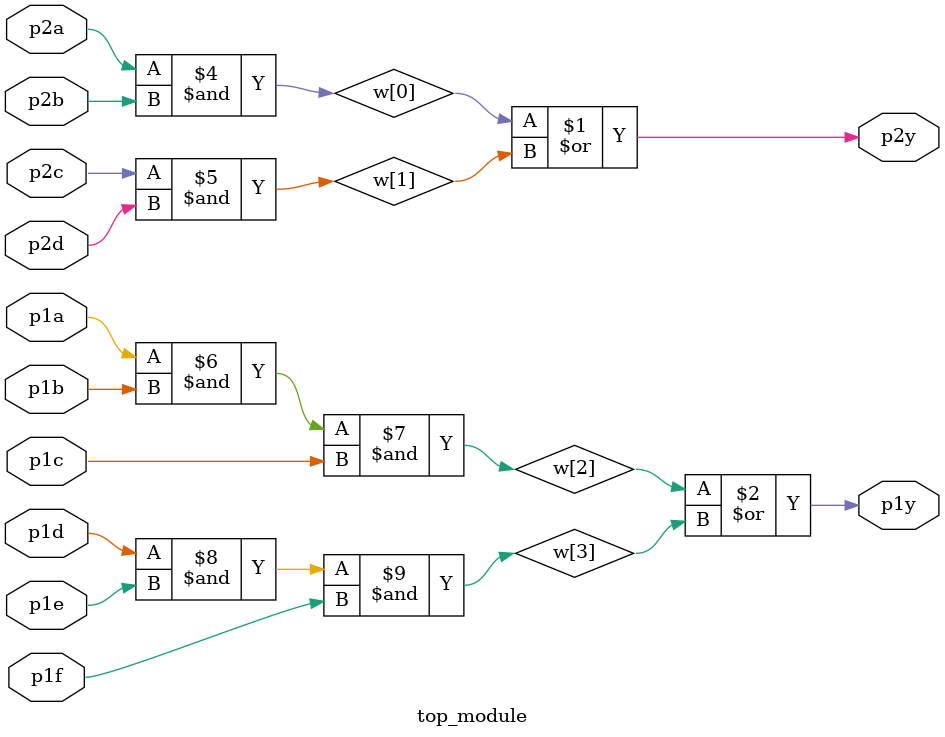
<source format=v>
module top_module ( 
    input p1a, p1b, p1c, p1d, p1e, p1f,
    output p1y,
    input p2a, p2b, p2c, p2d,
    output p2y );
    wire w[3:0];
    and g1(w[0],p2a,p2b);
    and g2(w[1],p2c,p2d);
    or g3(p2y,w[0],w[1]);
    and g4(w[2],p1a,p1b,p1c);
    and g5(w[3],p1d,p1e,p1f);
    or g6(p1y,w[2],w[3]);
endmodule

</source>
